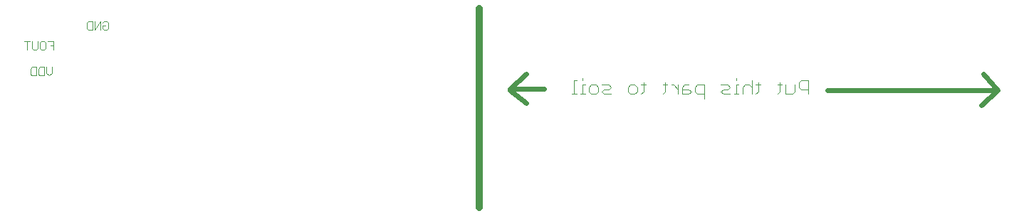
<source format=gbo>
G75*
%MOIN*%
%OFA0B0*%
%FSLAX24Y24*%
%IPPOS*%
%LPD*%
%AMOC8*
5,1,8,0,0,1.08239X$1,22.5*
%
%ADD10C,0.0320*%
%ADD11C,0.0240*%
%ADD12C,0.0010*%
%ADD13C,0.0000*%
D10*
X021995Y000967D02*
X021995Y010298D01*
D11*
X024199Y007227D02*
X023412Y006519D01*
X025026Y006519D01*
X024199Y005849D02*
X023412Y006479D01*
X038294Y006479D02*
X046247Y006479D01*
X045499Y005771D01*
X046247Y006479D02*
X045577Y007227D01*
D12*
X037383Y006938D02*
X037383Y006287D01*
X036776Y006396D02*
X036667Y006287D01*
X036342Y006287D01*
X036342Y006721D01*
X036168Y006721D02*
X035951Y006721D01*
X036059Y006829D02*
X036059Y006396D01*
X035951Y006287D01*
X036776Y006396D02*
X036776Y006721D01*
X036950Y006613D02*
X037058Y006504D01*
X037383Y006504D01*
X036950Y006613D02*
X036950Y006829D01*
X037058Y006938D01*
X037383Y006938D01*
X035155Y006721D02*
X034938Y006721D01*
X035047Y006829D02*
X035047Y006396D01*
X034938Y006287D01*
X034750Y006287D02*
X034750Y006938D01*
X034641Y006721D02*
X034425Y006721D01*
X034316Y006613D01*
X034316Y006287D01*
X034142Y006287D02*
X033925Y006287D01*
X034034Y006287D02*
X034034Y006721D01*
X034142Y006721D01*
X033737Y006613D02*
X033629Y006721D01*
X033303Y006721D01*
X033412Y006504D02*
X033629Y006504D01*
X033737Y006613D01*
X033412Y006504D02*
X033303Y006396D01*
X033412Y006287D01*
X033737Y006287D01*
X034641Y006721D02*
X034750Y006613D01*
X034034Y006938D02*
X034034Y007046D01*
X032522Y006721D02*
X032196Y006721D01*
X032088Y006613D01*
X032088Y006396D01*
X032196Y006287D01*
X032522Y006287D01*
X032522Y006071D02*
X032522Y006721D01*
X031914Y006396D02*
X031805Y006504D01*
X031480Y006504D01*
X031480Y006613D02*
X031480Y006287D01*
X031805Y006287D01*
X031914Y006396D01*
X031306Y006504D02*
X031089Y006721D01*
X030981Y006721D01*
X030800Y006721D02*
X030583Y006721D01*
X030691Y006829D02*
X030691Y006396D01*
X030583Y006287D01*
X031306Y006287D02*
X031306Y006721D01*
X031480Y006613D02*
X031589Y006721D01*
X031805Y006721D01*
X029787Y006721D02*
X029570Y006721D01*
X029678Y006829D02*
X029678Y006396D01*
X029570Y006287D01*
X029382Y006396D02*
X029273Y006287D01*
X029056Y006287D01*
X028948Y006396D01*
X028948Y006613D01*
X029056Y006721D01*
X029273Y006721D01*
X029382Y006613D01*
X029382Y006396D01*
X028166Y006287D02*
X027841Y006287D01*
X027733Y006396D01*
X027841Y006504D01*
X028058Y006504D01*
X028166Y006613D01*
X028058Y006721D01*
X027733Y006721D01*
X027559Y006613D02*
X027559Y006396D01*
X027450Y006287D01*
X027233Y006287D01*
X027125Y006396D01*
X027125Y006613D01*
X027233Y006721D01*
X027450Y006721D01*
X027559Y006613D01*
X026951Y006721D02*
X026842Y006721D01*
X026842Y006287D01*
X026734Y006287D02*
X026951Y006287D01*
X026546Y006287D02*
X026329Y006287D01*
X026437Y006287D02*
X026437Y006938D01*
X026546Y006938D01*
X026842Y006938D02*
X026842Y007046D01*
D13*
X004632Y009381D02*
X004566Y009314D01*
X004432Y009314D01*
X004366Y009381D01*
X004366Y009514D01*
X004499Y009514D01*
X004632Y009647D02*
X004632Y009381D01*
X004264Y009314D02*
X004264Y009714D01*
X003997Y009314D01*
X003997Y009714D01*
X003896Y009714D02*
X003696Y009714D01*
X003629Y009647D01*
X003629Y009381D01*
X003696Y009314D01*
X003896Y009314D01*
X003896Y009714D01*
X004366Y009647D02*
X004432Y009714D01*
X004566Y009714D01*
X004632Y009647D01*
X002073Y008769D02*
X001806Y008769D01*
X001705Y008703D02*
X001705Y008436D01*
X001638Y008369D01*
X001505Y008369D01*
X001438Y008436D01*
X001438Y008703D01*
X001505Y008769D01*
X001638Y008769D01*
X001705Y008703D01*
X001940Y008569D02*
X002073Y008569D01*
X002073Y008369D02*
X002073Y008769D01*
X001337Y008769D02*
X001337Y008436D01*
X001270Y008369D01*
X001137Y008369D01*
X001070Y008436D01*
X001070Y008769D01*
X000968Y008769D02*
X000702Y008769D01*
X000835Y008769D02*
X000835Y008369D01*
X001058Y007549D02*
X001258Y007549D01*
X001258Y007149D01*
X001058Y007149D01*
X000991Y007215D01*
X000991Y007482D01*
X001058Y007549D01*
X001359Y007482D02*
X001426Y007549D01*
X001626Y007549D01*
X001626Y007149D01*
X001426Y007149D01*
X001359Y007215D01*
X001359Y007482D01*
X001728Y007549D02*
X001728Y007282D01*
X001861Y007149D01*
X001995Y007282D01*
X001995Y007549D01*
M02*

</source>
